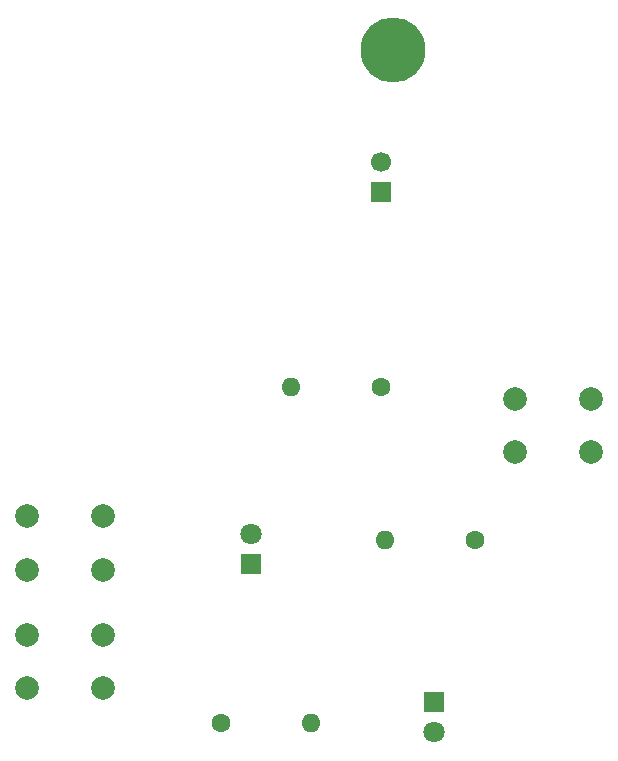
<source format=gtl>
G04 #@! TF.GenerationSoftware,KiCad,Pcbnew,9.0.1*
G04 #@! TF.CreationDate,2025-04-26T15:50:14-04:00*
G04 #@! TF.ProjectId,FISH,46495348-2e6b-4696-9361-645f70636258,rev?*
G04 #@! TF.SameCoordinates,Original*
G04 #@! TF.FileFunction,Copper,L1,Top*
G04 #@! TF.FilePolarity,Positive*
%FSLAX46Y46*%
G04 Gerber Fmt 4.6, Leading zero omitted, Abs format (unit mm)*
G04 Created by KiCad (PCBNEW 9.0.1) date 2025-04-26 15:50:14*
%MOMM*%
%LPD*%
G01*
G04 APERTURE LIST*
G04 #@! TA.AperFunction,ComponentPad*
%ADD10C,1.600000*%
G04 #@! TD*
G04 #@! TA.AperFunction,ComponentPad*
%ADD11O,1.600000X1.600000*%
G04 #@! TD*
G04 #@! TA.AperFunction,ComponentPad*
%ADD12C,1.800000*%
G04 #@! TD*
G04 #@! TA.AperFunction,ComponentPad*
%ADD13R,1.800000X1.800000*%
G04 #@! TD*
G04 #@! TA.AperFunction,ComponentPad*
%ADD14C,2.000000*%
G04 #@! TD*
G04 #@! TA.AperFunction,ComponentPad*
%ADD15R,1.700000X1.700000*%
G04 #@! TD*
G04 #@! TA.AperFunction,ComponentPad*
%ADD16C,1.700000*%
G04 #@! TD*
G04 #@! TA.AperFunction,ViaPad*
%ADD17C,5.500000*%
G04 #@! TD*
G04 APERTURE END LIST*
D10*
G04 #@! TO.P,R1,1*
G04 #@! TO.N,Net-(R1-Pad1)*
X146000000Y-135500000D03*
D11*
G04 #@! TO.P,R1,2*
G04 #@! TO.N,Net-(D1-A)*
X153620000Y-135500000D03*
G04 #@! TD*
G04 #@! TO.P,R2,2*
G04 #@! TO.N,Net-(D2-A)*
X159880000Y-120000000D03*
D10*
G04 #@! TO.P,R2,1*
G04 #@! TO.N,Net-(R2-Pad1)*
X167500000Y-120000000D03*
G04 #@! TD*
D11*
G04 #@! TO.P,R3,2*
G04 #@! TO.N,Net-(M1-+)*
X151880000Y-107000000D03*
D10*
G04 #@! TO.P,R3,1*
G04 #@! TO.N,Net-(R3-Pad1)*
X159500000Y-107000000D03*
G04 #@! TD*
D12*
G04 #@! TO.P,D2,2,A*
G04 #@! TO.N,Net-(D2-A)*
X148500000Y-119500000D03*
D13*
G04 #@! TO.P,D2,1,K*
G04 #@! TO.N,Net-(BT1--)*
X148500000Y-122040000D03*
G04 #@! TD*
D14*
G04 #@! TO.P,SW3,1,1*
G04 #@! TO.N,Net-(BT1-+)*
X170832527Y-108057867D03*
X177332527Y-108057867D03*
G04 #@! TO.P,SW3,2,2*
G04 #@! TO.N,Net-(R3-Pad1)*
X170832527Y-112557867D03*
X177332527Y-112557867D03*
G04 #@! TD*
G04 #@! TO.P,SW2,1,1*
G04 #@! TO.N,Net-(BT1-+)*
X129500000Y-118000000D03*
X136000000Y-118000000D03*
G04 #@! TO.P,SW2,2,2*
G04 #@! TO.N,Net-(R2-Pad1)*
X129500000Y-122500000D03*
X136000000Y-122500000D03*
G04 #@! TD*
G04 #@! TO.P,SW1,1,1*
G04 #@! TO.N,Net-(BT1-+)*
X129500000Y-128000000D03*
X136000000Y-128000000D03*
G04 #@! TO.P,SW1,2,2*
G04 #@! TO.N,Net-(R1-Pad1)*
X129500000Y-132500000D03*
X136000000Y-132500000D03*
G04 #@! TD*
D15*
G04 #@! TO.P,M1,1,+*
G04 #@! TO.N,Net-(M1-+)*
X159500000Y-90500000D03*
D16*
G04 #@! TO.P,M1,2,-*
G04 #@! TO.N,Net-(BT1--)*
X159500000Y-87960000D03*
G04 #@! TD*
D13*
G04 #@! TO.P,D1,1,K*
G04 #@! TO.N,Net-(BT1--)*
X164000000Y-133725000D03*
D12*
G04 #@! TO.P,D1,2,A*
G04 #@! TO.N,Net-(D1-A)*
X164000000Y-136265000D03*
G04 #@! TD*
D17*
G04 #@! TO.N,*
X160500000Y-78500000D03*
G04 #@! TD*
M02*

</source>
